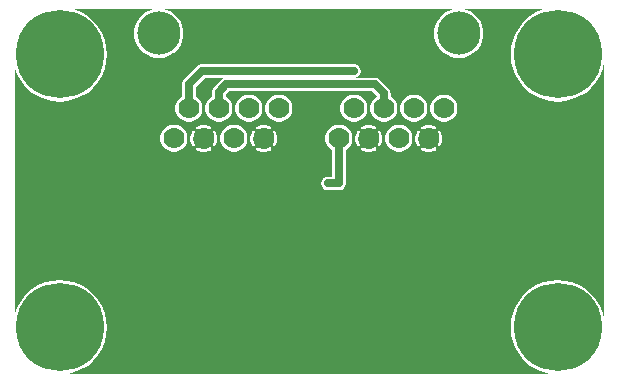
<source format=gbr>
G04 start of page 3 for group 1 idx 1 *
G04 Title: (unknown), bottom *
G04 Creator: pcb 4.0.2 *
G04 CreationDate: Thu Dec 31 16:53:41 2020 UTC *
G04 For: petersen *
G04 Format: Gerber/RS-274X *
G04 PCB-Dimensions (mil): 2000.00 1250.00 *
G04 PCB-Coordinate-Origin: lower left *
%MOIN*%
%FSLAX25Y25*%
%LNBOTTOM*%
%ADD31C,0.1280*%
%ADD30C,0.0350*%
%ADD29C,0.1285*%
%ADD28C,0.0120*%
%ADD27C,0.0260*%
%ADD26C,0.1440*%
%ADD25C,0.0700*%
%ADD24C,0.2937*%
%ADD23C,0.0250*%
%ADD22C,0.0001*%
G54D22*G36*
X144993Y108493D02*X145165Y108346D01*
X146266Y107671D01*
X147458Y107177D01*
X148713Y106876D01*
X150000Y106775D01*
X151287Y106876D01*
X152542Y107177D01*
X153734Y107671D01*
X154835Y108346D01*
X155816Y109184D01*
X156654Y110165D01*
X157329Y111266D01*
X157823Y112458D01*
X158124Y113713D01*
X158200Y115000D01*
X158124Y116287D01*
X157823Y117542D01*
X157329Y118734D01*
X156654Y119835D01*
X155816Y120816D01*
X154835Y121654D01*
X153734Y122329D01*
X152542Y122823D01*
X151803Y123000D01*
X178295D01*
X178138Y122962D01*
X175858Y122018D01*
X173753Y120728D01*
X171876Y119124D01*
X170272Y117247D01*
X168982Y115142D01*
X168038Y112862D01*
X167461Y110461D01*
X167268Y108000D01*
X167461Y105539D01*
X168038Y103138D01*
X168982Y100858D01*
X170272Y98753D01*
X171876Y96876D01*
X173753Y95272D01*
X175858Y93982D01*
X178138Y93038D01*
X180539Y92461D01*
X183000Y92268D01*
X185461Y92461D01*
X187862Y93038D01*
X190142Y93982D01*
X192247Y95272D01*
X194124Y96876D01*
X195728Y98753D01*
X197018Y100858D01*
X197962Y103138D01*
X198500Y105378D01*
Y19622D01*
X197962Y21862D01*
X197018Y24142D01*
X195728Y26247D01*
X194124Y28124D01*
X192247Y29728D01*
X190142Y31018D01*
X187862Y31962D01*
X185461Y32539D01*
X183000Y32732D01*
X180539Y32539D01*
X178138Y31962D01*
X175858Y31018D01*
X173753Y29728D01*
X171876Y28124D01*
X170272Y26247D01*
X168982Y24142D01*
X168038Y21862D01*
X167461Y19461D01*
X167268Y17000D01*
X167461Y14539D01*
X168038Y12138D01*
X168982Y9858D01*
X170272Y7753D01*
X171876Y5876D01*
X173753Y4272D01*
X175858Y2982D01*
X178138Y2038D01*
X180378Y1500D01*
X144993D01*
Y85487D01*
X145000Y85486D01*
X145706Y85542D01*
X146395Y85707D01*
X147049Y85978D01*
X147653Y86348D01*
X148192Y86808D01*
X148652Y87347D01*
X149022Y87951D01*
X149293Y88605D01*
X149458Y89294D01*
X149500Y90000D01*
X149458Y90706D01*
X149293Y91395D01*
X149022Y92049D01*
X148652Y92653D01*
X148192Y93192D01*
X147653Y93652D01*
X147049Y94022D01*
X146395Y94293D01*
X145706Y94458D01*
X145000Y94514D01*
X144993Y94513D01*
Y108493D01*
G37*
G36*
Y123000D02*X148197D01*
X147458Y122823D01*
X146266Y122329D01*
X145165Y121654D01*
X144993Y121507D01*
Y123000D01*
G37*
G36*
X143720Y85679D02*X144294Y85542D01*
X144993Y85487D01*
Y1500D01*
X143720D01*
Y77544D01*
X143771Y77583D01*
X143826Y77639D01*
X143870Y77704D01*
X144064Y78056D01*
X144221Y78426D01*
X144344Y78809D01*
X144433Y79200D01*
X144487Y79599D01*
X144504Y80000D01*
X144487Y80401D01*
X144433Y80800D01*
X144344Y81191D01*
X144221Y81574D01*
X144064Y81944D01*
X143874Y82298D01*
X143829Y82363D01*
X143774Y82420D01*
X143720Y82460D01*
Y85679D01*
G37*
G36*
Y109726D02*X144184Y109184D01*
X144993Y108493D01*
Y94513D01*
X144294Y94458D01*
X143720Y94321D01*
Y109726D01*
G37*
G36*
Y123000D02*X144993D01*
Y121507D01*
X144184Y120816D01*
X143720Y120274D01*
Y123000D01*
G37*
G36*
X140002D02*X143720D01*
Y120274D01*
X143346Y119835D01*
X142671Y118734D01*
X142177Y117542D01*
X141876Y116287D01*
X141775Y115000D01*
X141876Y113713D01*
X142177Y112458D01*
X142671Y111266D01*
X143346Y110165D01*
X143720Y109726D01*
Y94321D01*
X143605Y94293D01*
X142951Y94022D01*
X142347Y93652D01*
X141808Y93192D01*
X141348Y92653D01*
X140978Y92049D01*
X140707Y91395D01*
X140542Y90706D01*
X140486Y90000D01*
X140542Y89294D01*
X140707Y88605D01*
X140978Y87951D01*
X141348Y87347D01*
X141808Y86808D01*
X142347Y86348D01*
X142951Y85978D01*
X143605Y85707D01*
X143720Y85679D01*
Y82460D01*
X143710Y82468D01*
X143640Y82504D01*
X143565Y82530D01*
X143487Y82544D01*
X143408Y82545D01*
X143329Y82533D01*
X143254Y82510D01*
X143183Y82475D01*
X143118Y82429D01*
X143061Y82374D01*
X143013Y82311D01*
X142976Y82241D01*
X142951Y82166D01*
X142937Y82088D01*
X142936Y82008D01*
X142948Y81930D01*
X142971Y81854D01*
X143007Y81784D01*
X143157Y81510D01*
X143279Y81223D01*
X143375Y80926D01*
X143444Y80621D01*
X143486Y80312D01*
X143500Y80000D01*
X143486Y79688D01*
X143444Y79379D01*
X143375Y79074D01*
X143279Y78777D01*
X143157Y78490D01*
X143010Y78214D01*
X142974Y78145D01*
X142951Y78069D01*
X142940Y77991D01*
X142941Y77913D01*
X142954Y77835D01*
X142980Y77761D01*
X143016Y77691D01*
X143064Y77628D01*
X143120Y77573D01*
X143184Y77528D01*
X143255Y77493D01*
X143330Y77470D01*
X143408Y77459D01*
X143487Y77460D01*
X143564Y77473D01*
X143639Y77499D01*
X143708Y77535D01*
X143720Y77544D01*
Y1500D01*
X140002D01*
Y75496D01*
X140401Y75513D01*
X140800Y75567D01*
X141191Y75656D01*
X141574Y75779D01*
X141944Y75936D01*
X142298Y76126D01*
X142363Y76171D01*
X142420Y76226D01*
X142468Y76290D01*
X142504Y76360D01*
X142530Y76435D01*
X142544Y76513D01*
X142545Y76592D01*
X142533Y76671D01*
X142510Y76746D01*
X142475Y76817D01*
X142429Y76882D01*
X142374Y76939D01*
X142311Y76987D01*
X142241Y77024D01*
X142166Y77049D01*
X142088Y77063D01*
X142008Y77064D01*
X141930Y77052D01*
X141854Y77029D01*
X141784Y76993D01*
X141510Y76843D01*
X141223Y76721D01*
X140926Y76625D01*
X140621Y76556D01*
X140312Y76514D01*
X140002Y76500D01*
Y83500D01*
X140312Y83486D01*
X140621Y83444D01*
X140926Y83375D01*
X141223Y83279D01*
X141510Y83157D01*
X141786Y83010D01*
X141855Y82974D01*
X141931Y82951D01*
X142009Y82940D01*
X142087Y82941D01*
X142165Y82954D01*
X142239Y82980D01*
X142309Y83016D01*
X142372Y83064D01*
X142427Y83120D01*
X142472Y83184D01*
X142507Y83255D01*
X142530Y83330D01*
X142541Y83408D01*
X142540Y83487D01*
X142527Y83564D01*
X142501Y83639D01*
X142465Y83708D01*
X142417Y83771D01*
X142361Y83826D01*
X142296Y83870D01*
X141944Y84064D01*
X141574Y84221D01*
X141191Y84344D01*
X140800Y84433D01*
X140401Y84487D01*
X140002Y84504D01*
Y123000D01*
G37*
G36*
X136280D02*X140002D01*
Y84504D01*
X140000Y84504D01*
X139599Y84487D01*
X139200Y84433D01*
X138809Y84344D01*
X138426Y84221D01*
X138056Y84064D01*
X137702Y83874D01*
X137637Y83829D01*
X137580Y83774D01*
X137532Y83710D01*
X137496Y83640D01*
X137470Y83565D01*
X137456Y83487D01*
X137455Y83408D01*
X137467Y83329D01*
X137490Y83254D01*
X137525Y83183D01*
X137571Y83118D01*
X137626Y83061D01*
X137689Y83013D01*
X137759Y82976D01*
X137834Y82951D01*
X137912Y82937D01*
X137992Y82936D01*
X138070Y82948D01*
X138146Y82971D01*
X138216Y83007D01*
X138490Y83157D01*
X138777Y83279D01*
X139074Y83375D01*
X139379Y83444D01*
X139688Y83486D01*
X140000Y83500D01*
X140002Y83500D01*
Y76500D01*
X140000Y76500D01*
X139688Y76514D01*
X139379Y76556D01*
X139074Y76625D01*
X138777Y76721D01*
X138490Y76843D01*
X138214Y76990D01*
X138145Y77026D01*
X138069Y77049D01*
X137991Y77060D01*
X137913Y77059D01*
X137835Y77046D01*
X137761Y77020D01*
X137691Y76984D01*
X137628Y76936D01*
X137573Y76880D01*
X137528Y76816D01*
X137493Y76745D01*
X137470Y76670D01*
X137459Y76592D01*
X137460Y76513D01*
X137473Y76436D01*
X137499Y76361D01*
X137535Y76292D01*
X137583Y76229D01*
X137639Y76174D01*
X137704Y76130D01*
X138056Y75936D01*
X138426Y75779D01*
X138809Y75656D01*
X139200Y75567D01*
X139599Y75513D01*
X140000Y75496D01*
X140002Y75496D01*
Y1500D01*
X136280D01*
Y77540D01*
X136290Y77532D01*
X136360Y77496D01*
X136435Y77470D01*
X136513Y77456D01*
X136592Y77455D01*
X136671Y77467D01*
X136746Y77490D01*
X136817Y77525D01*
X136882Y77571D01*
X136939Y77626D01*
X136987Y77689D01*
X137024Y77759D01*
X137049Y77834D01*
X137063Y77912D01*
X137064Y77992D01*
X137052Y78070D01*
X137029Y78146D01*
X136993Y78216D01*
X136843Y78490D01*
X136721Y78777D01*
X136625Y79074D01*
X136556Y79379D01*
X136514Y79688D01*
X136500Y80000D01*
X136514Y80312D01*
X136556Y80621D01*
X136625Y80926D01*
X136721Y81223D01*
X136843Y81510D01*
X136990Y81786D01*
X137026Y81855D01*
X137049Y81931D01*
X137060Y82009D01*
X137059Y82087D01*
X137046Y82165D01*
X137020Y82239D01*
X136984Y82309D01*
X136936Y82372D01*
X136880Y82427D01*
X136816Y82472D01*
X136745Y82507D01*
X136670Y82530D01*
X136592Y82541D01*
X136513Y82540D01*
X136436Y82527D01*
X136361Y82501D01*
X136292Y82465D01*
X136280Y82456D01*
Y85679D01*
X136395Y85707D01*
X137049Y85978D01*
X137653Y86348D01*
X138192Y86808D01*
X138652Y87347D01*
X139022Y87951D01*
X139293Y88605D01*
X139458Y89294D01*
X139500Y90000D01*
X139458Y90706D01*
X139293Y91395D01*
X139022Y92049D01*
X138652Y92653D01*
X138192Y93192D01*
X137653Y93652D01*
X137049Y94022D01*
X136395Y94293D01*
X136280Y94321D01*
Y123000D01*
G37*
G36*
X129993D02*X136280D01*
Y94321D01*
X135706Y94458D01*
X135000Y94514D01*
X134294Y94458D01*
X133605Y94293D01*
X132951Y94022D01*
X132347Y93652D01*
X131808Y93192D01*
X131348Y92653D01*
X130978Y92049D01*
X130707Y91395D01*
X130542Y90706D01*
X130486Y90000D01*
X130542Y89294D01*
X130707Y88605D01*
X130978Y87951D01*
X131348Y87347D01*
X131808Y86808D01*
X132347Y86348D01*
X132951Y85978D01*
X133605Y85707D01*
X134294Y85542D01*
X135000Y85486D01*
X135706Y85542D01*
X136280Y85679D01*
Y82456D01*
X136229Y82417D01*
X136174Y82361D01*
X136130Y82296D01*
X135936Y81944D01*
X135779Y81574D01*
X135656Y81191D01*
X135567Y80800D01*
X135513Y80401D01*
X135496Y80000D01*
X135513Y79599D01*
X135567Y79200D01*
X135656Y78809D01*
X135779Y78426D01*
X135936Y78056D01*
X136126Y77702D01*
X136171Y77637D01*
X136226Y77580D01*
X136280Y77540D01*
Y1500D01*
X129993D01*
Y75487D01*
X130000Y75486D01*
X130706Y75542D01*
X131395Y75707D01*
X132049Y75978D01*
X132653Y76348D01*
X133192Y76808D01*
X133652Y77347D01*
X134022Y77951D01*
X134293Y78605D01*
X134458Y79294D01*
X134500Y80000D01*
X134458Y80706D01*
X134293Y81395D01*
X134022Y82049D01*
X133652Y82653D01*
X133192Y83192D01*
X132653Y83652D01*
X132049Y84022D01*
X131395Y84293D01*
X130706Y84458D01*
X130000Y84514D01*
X129993Y84513D01*
Y123000D01*
G37*
G36*
X123720D02*X129993D01*
Y84513D01*
X129294Y84458D01*
X128605Y84293D01*
X127951Y84022D01*
X127347Y83652D01*
X126808Y83192D01*
X126348Y82653D01*
X125978Y82049D01*
X125707Y81395D01*
X125542Y80706D01*
X125486Y80000D01*
X125542Y79294D01*
X125707Y78605D01*
X125978Y77951D01*
X126348Y77347D01*
X126808Y76808D01*
X127347Y76348D01*
X127951Y75978D01*
X128605Y75707D01*
X129294Y75542D01*
X129993Y75487D01*
Y1500D01*
X123720D01*
Y77544D01*
X123771Y77583D01*
X123826Y77639D01*
X123870Y77704D01*
X124064Y78056D01*
X124221Y78426D01*
X124344Y78809D01*
X124433Y79200D01*
X124487Y79599D01*
X124504Y80000D01*
X124487Y80401D01*
X124433Y80800D01*
X124344Y81191D01*
X124221Y81574D01*
X124064Y81944D01*
X123874Y82298D01*
X123829Y82363D01*
X123774Y82420D01*
X123720Y82460D01*
Y85679D01*
X124294Y85542D01*
X125000Y85486D01*
X125706Y85542D01*
X126395Y85707D01*
X127049Y85978D01*
X127653Y86348D01*
X128192Y86808D01*
X128652Y87347D01*
X129022Y87951D01*
X129293Y88605D01*
X129458Y89294D01*
X129500Y90000D01*
X129458Y90706D01*
X129293Y91395D01*
X129022Y92049D01*
X128652Y92653D01*
X128192Y93192D01*
X127653Y93652D01*
X127250Y93899D01*
Y94912D01*
X127257Y95000D01*
X127229Y95353D01*
X127146Y95697D01*
X127107Y95793D01*
X127011Y96025D01*
X126896Y96212D01*
X126826Y96327D01*
X126826Y96327D01*
X126596Y96596D01*
X126529Y96653D01*
X123720Y99462D01*
Y123000D01*
G37*
G36*
Y1500D02*X120002D01*
Y75496D01*
X120401Y75513D01*
X120800Y75567D01*
X121191Y75656D01*
X121574Y75779D01*
X121944Y75936D01*
X122298Y76126D01*
X122363Y76171D01*
X122420Y76226D01*
X122468Y76290D01*
X122504Y76360D01*
X122530Y76435D01*
X122544Y76513D01*
X122545Y76592D01*
X122533Y76671D01*
X122510Y76746D01*
X122475Y76817D01*
X122429Y76882D01*
X122374Y76939D01*
X122311Y76987D01*
X122241Y77024D01*
X122166Y77049D01*
X122088Y77063D01*
X122008Y77064D01*
X121930Y77052D01*
X121854Y77029D01*
X121784Y76993D01*
X121510Y76843D01*
X121223Y76721D01*
X120926Y76625D01*
X120621Y76556D01*
X120312Y76514D01*
X120002Y76500D01*
Y83500D01*
X120312Y83486D01*
X120621Y83444D01*
X120926Y83375D01*
X121223Y83279D01*
X121510Y83157D01*
X121786Y83010D01*
X121855Y82974D01*
X121931Y82951D01*
X122009Y82940D01*
X122087Y82941D01*
X122165Y82954D01*
X122239Y82980D01*
X122309Y83016D01*
X122372Y83064D01*
X122427Y83120D01*
X122472Y83184D01*
X122507Y83255D01*
X122530Y83330D01*
X122541Y83408D01*
X122540Y83487D01*
X122527Y83564D01*
X122501Y83639D01*
X122465Y83708D01*
X122417Y83771D01*
X122361Y83826D01*
X122296Y83870D01*
X121944Y84064D01*
X121574Y84221D01*
X121191Y84344D01*
X120800Y84433D01*
X120401Y84487D01*
X120002Y84504D01*
Y95750D01*
X121068D01*
X122750Y94068D01*
Y93899D01*
X122347Y93652D01*
X121808Y93192D01*
X121348Y92653D01*
X120978Y92049D01*
X120707Y91395D01*
X120542Y90706D01*
X120486Y90000D01*
X120542Y89294D01*
X120707Y88605D01*
X120978Y87951D01*
X121348Y87347D01*
X121808Y86808D01*
X122347Y86348D01*
X122951Y85978D01*
X123605Y85707D01*
X123720Y85679D01*
Y82460D01*
X123710Y82468D01*
X123640Y82504D01*
X123565Y82530D01*
X123487Y82544D01*
X123408Y82545D01*
X123329Y82533D01*
X123254Y82510D01*
X123183Y82475D01*
X123118Y82429D01*
X123061Y82374D01*
X123013Y82311D01*
X122976Y82241D01*
X122951Y82166D01*
X122937Y82088D01*
X122936Y82008D01*
X122948Y81930D01*
X122971Y81854D01*
X123007Y81784D01*
X123157Y81510D01*
X123279Y81223D01*
X123375Y80926D01*
X123444Y80621D01*
X123486Y80312D01*
X123500Y80000D01*
X123486Y79688D01*
X123444Y79379D01*
X123375Y79074D01*
X123279Y78777D01*
X123157Y78490D01*
X123010Y78214D01*
X122974Y78145D01*
X122951Y78069D01*
X122940Y77991D01*
X122941Y77913D01*
X122954Y77835D01*
X122980Y77761D01*
X123016Y77691D01*
X123064Y77628D01*
X123120Y77573D01*
X123184Y77528D01*
X123255Y77493D01*
X123330Y77470D01*
X123408Y77459D01*
X123487Y77460D01*
X123564Y77473D01*
X123639Y77499D01*
X123708Y77535D01*
X123720Y77544D01*
Y1500D01*
G37*
G36*
X120002Y123000D02*X123720D01*
Y99462D01*
X123653Y99529D01*
X123596Y99596D01*
X123327Y99826D01*
X123327Y99826D01*
X123212Y99896D01*
X123025Y100011D01*
X122793Y100107D01*
X122697Y100146D01*
X122353Y100229D01*
X122000Y100257D01*
X121912Y100250D01*
X120002D01*
Y123000D01*
G37*
G36*
Y1500D02*X116280D01*
Y77540D01*
X116290Y77532D01*
X116360Y77496D01*
X116435Y77470D01*
X116513Y77456D01*
X116592Y77455D01*
X116671Y77467D01*
X116746Y77490D01*
X116817Y77525D01*
X116882Y77571D01*
X116939Y77626D01*
X116987Y77689D01*
X117023Y77759D01*
X117049Y77834D01*
X117063Y77912D01*
X117064Y77992D01*
X117052Y78070D01*
X117029Y78146D01*
X116993Y78216D01*
X116843Y78490D01*
X116721Y78777D01*
X116625Y79074D01*
X116556Y79379D01*
X116514Y79688D01*
X116500Y80000D01*
X116514Y80312D01*
X116556Y80621D01*
X116625Y80926D01*
X116721Y81223D01*
X116843Y81510D01*
X116990Y81786D01*
X117026Y81855D01*
X117049Y81931D01*
X117060Y82009D01*
X117059Y82087D01*
X117046Y82165D01*
X117020Y82239D01*
X116984Y82309D01*
X116936Y82372D01*
X116880Y82427D01*
X116816Y82472D01*
X116745Y82507D01*
X116670Y82530D01*
X116592Y82541D01*
X116513Y82540D01*
X116436Y82527D01*
X116361Y82501D01*
X116292Y82465D01*
X116280Y82456D01*
Y85679D01*
X116395Y85707D01*
X117049Y85978D01*
X117653Y86348D01*
X118192Y86808D01*
X118652Y87347D01*
X119022Y87951D01*
X119293Y88605D01*
X119458Y89294D01*
X119500Y90000D01*
X119458Y90706D01*
X119293Y91395D01*
X119022Y92049D01*
X118652Y92653D01*
X118192Y93192D01*
X117653Y93652D01*
X117049Y94022D01*
X116395Y94293D01*
X116280Y94321D01*
Y95750D01*
X120002D01*
Y84504D01*
X120000Y84504D01*
X119599Y84487D01*
X119200Y84433D01*
X118809Y84344D01*
X118426Y84221D01*
X118056Y84064D01*
X117702Y83874D01*
X117637Y83829D01*
X117580Y83774D01*
X117532Y83710D01*
X117496Y83640D01*
X117470Y83565D01*
X117456Y83487D01*
X117455Y83408D01*
X117467Y83329D01*
X117490Y83254D01*
X117525Y83183D01*
X117571Y83118D01*
X117626Y83061D01*
X117689Y83013D01*
X117759Y82976D01*
X117834Y82951D01*
X117912Y82937D01*
X117992Y82936D01*
X118070Y82948D01*
X118146Y82971D01*
X118216Y83007D01*
X118490Y83157D01*
X118777Y83279D01*
X119074Y83375D01*
X119379Y83444D01*
X119688Y83486D01*
X120000Y83500D01*
X120002Y83500D01*
Y76500D01*
X120000Y76500D01*
X119688Y76514D01*
X119379Y76556D01*
X119074Y76625D01*
X118777Y76721D01*
X118490Y76843D01*
X118214Y76990D01*
X118145Y77026D01*
X118069Y77049D01*
X117991Y77060D01*
X117913Y77059D01*
X117835Y77046D01*
X117761Y77020D01*
X117691Y76984D01*
X117628Y76936D01*
X117573Y76880D01*
X117528Y76816D01*
X117493Y76745D01*
X117470Y76670D01*
X117459Y76592D01*
X117460Y76513D01*
X117473Y76436D01*
X117499Y76361D01*
X117535Y76292D01*
X117583Y76229D01*
X117639Y76174D01*
X117704Y76130D01*
X118056Y75936D01*
X118426Y75779D01*
X118809Y75656D01*
X119200Y75567D01*
X119599Y75513D01*
X120000Y75496D01*
X120002Y75496D01*
Y1500D01*
G37*
G36*
X116280D02*X109346D01*
Y62750D01*
X109520D01*
X109639Y62721D01*
X110000Y62693D01*
X110361Y62721D01*
X110713Y62806D01*
X111047Y62944D01*
X111356Y63134D01*
X111631Y63369D01*
X111866Y63644D01*
X112056Y63953D01*
X112194Y64287D01*
X112279Y64639D01*
X112300Y65000D01*
X112279Y65361D01*
X112250Y65480D01*
Y76101D01*
X112653Y76348D01*
X113192Y76808D01*
X113652Y77347D01*
X114022Y77951D01*
X114293Y78605D01*
X114458Y79294D01*
X114500Y80000D01*
X114458Y80706D01*
X114293Y81395D01*
X114022Y82049D01*
X113652Y82653D01*
X113192Y83192D01*
X112653Y83652D01*
X112049Y84022D01*
X111395Y84293D01*
X110706Y84458D01*
X110000Y84514D01*
X109346Y84462D01*
Y95750D01*
X116280D01*
Y94321D01*
X115706Y94458D01*
X115000Y94514D01*
X114294Y94458D01*
X113605Y94293D01*
X112951Y94022D01*
X112347Y93652D01*
X111808Y93192D01*
X111348Y92653D01*
X110978Y92049D01*
X110707Y91395D01*
X110542Y90706D01*
X110486Y90000D01*
X110542Y89294D01*
X110707Y88605D01*
X110978Y87951D01*
X111348Y87347D01*
X111808Y86808D01*
X112347Y86348D01*
X112951Y85978D01*
X113605Y85707D01*
X114294Y85542D01*
X115000Y85486D01*
X115706Y85542D01*
X116280Y85679D01*
Y82456D01*
X116229Y82417D01*
X116174Y82361D01*
X116130Y82296D01*
X115936Y81944D01*
X115779Y81574D01*
X115656Y81191D01*
X115567Y80800D01*
X115513Y80401D01*
X115496Y80000D01*
X115513Y79599D01*
X115567Y79200D01*
X115656Y78809D01*
X115779Y78426D01*
X115936Y78056D01*
X116126Y77702D01*
X116171Y77637D01*
X116226Y77580D01*
X116280Y77540D01*
Y1500D01*
G37*
G36*
X109346Y123000D02*X120002D01*
Y100250D01*
X115480D01*
X115713Y100306D01*
X116047Y100444D01*
X116356Y100634D01*
X116631Y100869D01*
X116866Y101144D01*
X117056Y101453D01*
X117194Y101787D01*
X117279Y102139D01*
X117300Y102500D01*
X117279Y102861D01*
X117194Y103213D01*
X117056Y103547D01*
X116866Y103856D01*
X116631Y104131D01*
X116356Y104366D01*
X116047Y104556D01*
X115713Y104694D01*
X115361Y104779D01*
X115000Y104807D01*
X114639Y104779D01*
X114520Y104750D01*
X111980D01*
X111861Y104779D01*
X111500Y104807D01*
X111139Y104779D01*
X111020Y104750D01*
X109346D01*
Y123000D01*
G37*
G36*
X88720Y95750D02*X109346D01*
Y84462D01*
X109294Y84458D01*
X108605Y84293D01*
X107951Y84022D01*
X107347Y83652D01*
X106808Y83192D01*
X106348Y82653D01*
X105978Y82049D01*
X105707Y81395D01*
X105542Y80706D01*
X105486Y80000D01*
X105542Y79294D01*
X105707Y78605D01*
X105978Y77951D01*
X106348Y77347D01*
X106808Y76808D01*
X107347Y76348D01*
X107750Y76101D01*
Y67250D01*
X106980D01*
X106861Y67279D01*
X106500Y67307D01*
X106139Y67279D01*
X105787Y67194D01*
X105453Y67056D01*
X105144Y66866D01*
X104869Y66631D01*
X104634Y66356D01*
X104444Y66047D01*
X104306Y65713D01*
X104221Y65361D01*
X104193Y65000D01*
X104221Y64639D01*
X104306Y64287D01*
X104444Y63953D01*
X104634Y63644D01*
X104869Y63369D01*
X105144Y63134D01*
X105453Y62944D01*
X105787Y62806D01*
X106139Y62721D01*
X106500Y62693D01*
X106861Y62721D01*
X106980Y62750D01*
X109346D01*
Y1500D01*
X88720D01*
Y77544D01*
X88771Y77583D01*
X88826Y77639D01*
X88870Y77704D01*
X89064Y78056D01*
X89221Y78426D01*
X89344Y78809D01*
X89433Y79200D01*
X89487Y79599D01*
X89504Y80000D01*
X89487Y80401D01*
X89433Y80800D01*
X89344Y81191D01*
X89221Y81574D01*
X89064Y81944D01*
X88874Y82298D01*
X88829Y82363D01*
X88774Y82420D01*
X88720Y82460D01*
Y85679D01*
X89294Y85542D01*
X90000Y85486D01*
X90706Y85542D01*
X91395Y85707D01*
X92049Y85978D01*
X92653Y86348D01*
X93192Y86808D01*
X93652Y87347D01*
X94022Y87951D01*
X94293Y88605D01*
X94458Y89294D01*
X94500Y90000D01*
X94458Y90706D01*
X94293Y91395D01*
X94022Y92049D01*
X93652Y92653D01*
X93192Y93192D01*
X92653Y93652D01*
X92049Y94022D01*
X91395Y94293D01*
X90706Y94458D01*
X90000Y94514D01*
X89294Y94458D01*
X88720Y94321D01*
Y95750D01*
G37*
G36*
X85002D02*X88720D01*
Y94321D01*
X88605Y94293D01*
X87951Y94022D01*
X87347Y93652D01*
X86808Y93192D01*
X86348Y92653D01*
X85978Y92049D01*
X85707Y91395D01*
X85542Y90706D01*
X85486Y90000D01*
X85542Y89294D01*
X85707Y88605D01*
X85978Y87951D01*
X86348Y87347D01*
X86808Y86808D01*
X87347Y86348D01*
X87951Y85978D01*
X88605Y85707D01*
X88720Y85679D01*
Y82460D01*
X88710Y82468D01*
X88640Y82504D01*
X88565Y82530D01*
X88487Y82544D01*
X88408Y82545D01*
X88329Y82533D01*
X88254Y82510D01*
X88183Y82475D01*
X88118Y82429D01*
X88061Y82374D01*
X88013Y82311D01*
X87976Y82241D01*
X87951Y82166D01*
X87937Y82088D01*
X87936Y82008D01*
X87948Y81930D01*
X87971Y81854D01*
X88007Y81784D01*
X88157Y81510D01*
X88279Y81223D01*
X88375Y80926D01*
X88444Y80621D01*
X88486Y80312D01*
X88500Y80000D01*
X88486Y79688D01*
X88444Y79379D01*
X88375Y79074D01*
X88279Y78777D01*
X88157Y78490D01*
X88010Y78214D01*
X87974Y78145D01*
X87951Y78069D01*
X87940Y77991D01*
X87941Y77913D01*
X87954Y77835D01*
X87980Y77761D01*
X88016Y77691D01*
X88064Y77628D01*
X88120Y77573D01*
X88184Y77528D01*
X88255Y77493D01*
X88330Y77470D01*
X88408Y77459D01*
X88487Y77460D01*
X88564Y77473D01*
X88639Y77499D01*
X88708Y77535D01*
X88720Y77544D01*
Y1500D01*
X85002D01*
Y75496D01*
X85401Y75513D01*
X85800Y75567D01*
X86191Y75656D01*
X86574Y75779D01*
X86944Y75936D01*
X87298Y76126D01*
X87363Y76171D01*
X87420Y76226D01*
X87468Y76290D01*
X87504Y76360D01*
X87530Y76435D01*
X87544Y76513D01*
X87545Y76592D01*
X87533Y76671D01*
X87510Y76746D01*
X87475Y76817D01*
X87429Y76882D01*
X87374Y76939D01*
X87311Y76987D01*
X87241Y77024D01*
X87166Y77049D01*
X87088Y77063D01*
X87008Y77064D01*
X86930Y77052D01*
X86854Y77029D01*
X86784Y76993D01*
X86510Y76843D01*
X86223Y76721D01*
X85926Y76625D01*
X85621Y76556D01*
X85312Y76514D01*
X85002Y76500D01*
Y83500D01*
X85312Y83486D01*
X85621Y83444D01*
X85926Y83375D01*
X86223Y83279D01*
X86510Y83157D01*
X86786Y83010D01*
X86855Y82974D01*
X86931Y82951D01*
X87009Y82940D01*
X87087Y82941D01*
X87165Y82954D01*
X87239Y82980D01*
X87309Y83016D01*
X87372Y83064D01*
X87427Y83120D01*
X87472Y83184D01*
X87507Y83255D01*
X87530Y83330D01*
X87541Y83408D01*
X87540Y83487D01*
X87527Y83564D01*
X87501Y83639D01*
X87465Y83708D01*
X87417Y83771D01*
X87361Y83826D01*
X87296Y83870D01*
X86944Y84064D01*
X86574Y84221D01*
X86191Y84344D01*
X85800Y84433D01*
X85401Y84487D01*
X85002Y84504D01*
Y95750D01*
G37*
G36*
Y123000D02*X109346D01*
Y104750D01*
X85002D01*
Y123000D01*
G37*
G36*
X81280Y95750D02*X85002D01*
Y84504D01*
X85000Y84504D01*
X84599Y84487D01*
X84200Y84433D01*
X83809Y84344D01*
X83426Y84221D01*
X83056Y84064D01*
X82702Y83874D01*
X82637Y83829D01*
X82580Y83774D01*
X82532Y83710D01*
X82496Y83640D01*
X82470Y83565D01*
X82456Y83487D01*
X82455Y83408D01*
X82467Y83329D01*
X82490Y83254D01*
X82525Y83183D01*
X82571Y83118D01*
X82626Y83061D01*
X82689Y83013D01*
X82759Y82976D01*
X82834Y82951D01*
X82912Y82937D01*
X82992Y82936D01*
X83070Y82948D01*
X83146Y82971D01*
X83216Y83007D01*
X83490Y83157D01*
X83777Y83279D01*
X84074Y83375D01*
X84379Y83444D01*
X84688Y83486D01*
X85000Y83500D01*
X85002Y83500D01*
Y76500D01*
X85000Y76500D01*
X84688Y76514D01*
X84379Y76556D01*
X84074Y76625D01*
X83777Y76721D01*
X83490Y76843D01*
X83214Y76990D01*
X83145Y77026D01*
X83069Y77049D01*
X82991Y77060D01*
X82913Y77059D01*
X82835Y77046D01*
X82761Y77020D01*
X82691Y76984D01*
X82628Y76936D01*
X82573Y76880D01*
X82528Y76816D01*
X82493Y76745D01*
X82470Y76670D01*
X82459Y76592D01*
X82460Y76513D01*
X82473Y76436D01*
X82499Y76361D01*
X82535Y76292D01*
X82583Y76229D01*
X82639Y76174D01*
X82704Y76130D01*
X83056Y75936D01*
X83426Y75779D01*
X83809Y75656D01*
X84200Y75567D01*
X84599Y75513D01*
X85000Y75496D01*
X85002Y75496D01*
Y1500D01*
X81280D01*
Y77540D01*
X81290Y77532D01*
X81360Y77496D01*
X81435Y77470D01*
X81513Y77456D01*
X81592Y77455D01*
X81671Y77467D01*
X81746Y77490D01*
X81817Y77525D01*
X81882Y77571D01*
X81939Y77626D01*
X81987Y77689D01*
X82024Y77759D01*
X82049Y77834D01*
X82063Y77912D01*
X82064Y77992D01*
X82052Y78070D01*
X82029Y78146D01*
X81993Y78216D01*
X81843Y78490D01*
X81721Y78777D01*
X81625Y79074D01*
X81556Y79379D01*
X81514Y79688D01*
X81500Y80000D01*
X81514Y80312D01*
X81556Y80621D01*
X81625Y80926D01*
X81721Y81223D01*
X81843Y81510D01*
X81990Y81786D01*
X82026Y81855D01*
X82049Y81931D01*
X82060Y82009D01*
X82059Y82087D01*
X82046Y82165D01*
X82020Y82239D01*
X81984Y82309D01*
X81936Y82372D01*
X81880Y82427D01*
X81816Y82472D01*
X81745Y82507D01*
X81670Y82530D01*
X81592Y82541D01*
X81513Y82540D01*
X81436Y82527D01*
X81361Y82501D01*
X81292Y82465D01*
X81280Y82456D01*
Y85679D01*
X81395Y85707D01*
X82049Y85978D01*
X82653Y86348D01*
X83192Y86808D01*
X83652Y87347D01*
X84022Y87951D01*
X84293Y88605D01*
X84458Y89294D01*
X84500Y90000D01*
X84458Y90706D01*
X84293Y91395D01*
X84022Y92049D01*
X83652Y92653D01*
X83192Y93192D01*
X82653Y93652D01*
X82049Y94022D01*
X81395Y94293D01*
X81280Y94321D01*
Y95750D01*
G37*
G36*
Y123000D02*X85002D01*
Y104750D01*
X81280D01*
Y123000D01*
G37*
G36*
X74993Y95750D02*X81280D01*
Y94321D01*
X80706Y94458D01*
X80000Y94514D01*
X79294Y94458D01*
X78605Y94293D01*
X77951Y94022D01*
X77347Y93652D01*
X76808Y93192D01*
X76348Y92653D01*
X75978Y92049D01*
X75707Y91395D01*
X75542Y90706D01*
X75486Y90000D01*
X75542Y89294D01*
X75707Y88605D01*
X75978Y87951D01*
X76348Y87347D01*
X76808Y86808D01*
X77347Y86348D01*
X77951Y85978D01*
X78605Y85707D01*
X79294Y85542D01*
X80000Y85486D01*
X80706Y85542D01*
X81280Y85679D01*
Y82456D01*
X81229Y82417D01*
X81174Y82361D01*
X81130Y82296D01*
X80936Y81944D01*
X80779Y81574D01*
X80656Y81191D01*
X80567Y80800D01*
X80513Y80401D01*
X80496Y80000D01*
X80513Y79599D01*
X80567Y79200D01*
X80656Y78809D01*
X80779Y78426D01*
X80936Y78056D01*
X81126Y77702D01*
X81171Y77637D01*
X81226Y77580D01*
X81280Y77540D01*
Y1500D01*
X74993D01*
Y75487D01*
X75000Y75486D01*
X75706Y75542D01*
X76395Y75707D01*
X77049Y75978D01*
X77653Y76348D01*
X78192Y76808D01*
X78652Y77347D01*
X79022Y77951D01*
X79293Y78605D01*
X79458Y79294D01*
X79500Y80000D01*
X79458Y80706D01*
X79293Y81395D01*
X79022Y82049D01*
X78652Y82653D01*
X78192Y83192D01*
X77653Y83652D01*
X77049Y84022D01*
X76395Y84293D01*
X75706Y84458D01*
X75000Y84514D01*
X74993Y84513D01*
Y95750D01*
G37*
G36*
Y123000D02*X81280D01*
Y104750D01*
X74993D01*
Y123000D01*
G37*
G36*
X68720Y85679D02*X69294Y85542D01*
X70000Y85486D01*
X70706Y85542D01*
X71395Y85707D01*
X72049Y85978D01*
X72653Y86348D01*
X73192Y86808D01*
X73652Y87347D01*
X74022Y87951D01*
X74293Y88605D01*
X74458Y89294D01*
X74500Y90000D01*
X74458Y90706D01*
X74293Y91395D01*
X74022Y92049D01*
X73652Y92653D01*
X73192Y93192D01*
X72653Y93652D01*
X72250Y93899D01*
Y94568D01*
X73432Y95750D01*
X74993D01*
Y84513D01*
X74294Y84458D01*
X73605Y84293D01*
X72951Y84022D01*
X72347Y83652D01*
X71808Y83192D01*
X71348Y82653D01*
X70978Y82049D01*
X70707Y81395D01*
X70542Y80706D01*
X70486Y80000D01*
X70542Y79294D01*
X70707Y78605D01*
X70978Y77951D01*
X71348Y77347D01*
X71808Y76808D01*
X72347Y76348D01*
X72951Y75978D01*
X73605Y75707D01*
X74294Y75542D01*
X74993Y75487D01*
Y1500D01*
X68720D01*
Y77544D01*
X68771Y77583D01*
X68826Y77639D01*
X68870Y77704D01*
X69064Y78056D01*
X69221Y78426D01*
X69344Y78809D01*
X69433Y79200D01*
X69487Y79599D01*
X69504Y80000D01*
X69487Y80401D01*
X69433Y80800D01*
X69344Y81191D01*
X69221Y81574D01*
X69064Y81944D01*
X68874Y82298D01*
X68829Y82363D01*
X68774Y82420D01*
X68720Y82460D01*
Y85679D01*
G37*
G36*
Y100250D02*X72412D01*
X72147Y100229D01*
X71803Y100146D01*
X71475Y100011D01*
X71173Y99826D01*
X71173Y99826D01*
X70904Y99596D01*
X70847Y99529D01*
X68720Y97402D01*
Y100250D01*
G37*
G36*
X65002Y99820D02*X65432Y100250D01*
X68720D01*
Y97402D01*
X68471Y97153D01*
X68404Y97096D01*
X68174Y96827D01*
X67989Y96525D01*
X67854Y96197D01*
X67771Y95853D01*
X67771Y95853D01*
X67743Y95500D01*
X67750Y95412D01*
Y93899D01*
X67347Y93652D01*
X66808Y93192D01*
X66348Y92653D01*
X65978Y92049D01*
X65707Y91395D01*
X65542Y90706D01*
X65486Y90000D01*
X65542Y89294D01*
X65707Y88605D01*
X65978Y87951D01*
X66348Y87347D01*
X66808Y86808D01*
X67347Y86348D01*
X67951Y85978D01*
X68605Y85707D01*
X68720Y85679D01*
Y82460D01*
X68710Y82468D01*
X68640Y82504D01*
X68565Y82530D01*
X68487Y82544D01*
X68408Y82545D01*
X68329Y82533D01*
X68254Y82510D01*
X68183Y82475D01*
X68118Y82429D01*
X68061Y82374D01*
X68013Y82311D01*
X67976Y82241D01*
X67951Y82166D01*
X67937Y82088D01*
X67936Y82008D01*
X67948Y81930D01*
X67971Y81854D01*
X68007Y81784D01*
X68157Y81510D01*
X68279Y81223D01*
X68375Y80926D01*
X68444Y80621D01*
X68486Y80312D01*
X68500Y80000D01*
X68486Y79688D01*
X68444Y79379D01*
X68375Y79074D01*
X68279Y78777D01*
X68157Y78490D01*
X68010Y78214D01*
X67974Y78145D01*
X67951Y78069D01*
X67940Y77991D01*
X67941Y77913D01*
X67954Y77835D01*
X67980Y77761D01*
X68016Y77691D01*
X68064Y77628D01*
X68120Y77573D01*
X68184Y77528D01*
X68255Y77493D01*
X68330Y77470D01*
X68408Y77459D01*
X68487Y77460D01*
X68564Y77473D01*
X68639Y77499D01*
X68708Y77535D01*
X68720Y77544D01*
Y1500D01*
X65002D01*
Y75496D01*
X65401Y75513D01*
X65800Y75567D01*
X66191Y75656D01*
X66574Y75779D01*
X66944Y75936D01*
X67298Y76126D01*
X67363Y76171D01*
X67420Y76226D01*
X67468Y76290D01*
X67504Y76360D01*
X67530Y76435D01*
X67544Y76513D01*
X67545Y76592D01*
X67533Y76671D01*
X67510Y76746D01*
X67475Y76817D01*
X67429Y76882D01*
X67374Y76939D01*
X67311Y76987D01*
X67241Y77024D01*
X67166Y77049D01*
X67088Y77063D01*
X67008Y77064D01*
X66930Y77052D01*
X66854Y77029D01*
X66784Y76993D01*
X66510Y76843D01*
X66223Y76721D01*
X65926Y76625D01*
X65621Y76556D01*
X65312Y76514D01*
X65002Y76500D01*
Y83500D01*
X65312Y83486D01*
X65621Y83444D01*
X65926Y83375D01*
X66223Y83279D01*
X66510Y83157D01*
X66786Y83010D01*
X66855Y82974D01*
X66931Y82951D01*
X67009Y82940D01*
X67087Y82941D01*
X67165Y82954D01*
X67239Y82980D01*
X67309Y83016D01*
X67372Y83064D01*
X67427Y83120D01*
X67472Y83184D01*
X67507Y83255D01*
X67530Y83330D01*
X67541Y83408D01*
X67540Y83487D01*
X67527Y83564D01*
X67501Y83639D01*
X67465Y83708D01*
X67417Y83771D01*
X67361Y83826D01*
X67296Y83870D01*
X66944Y84064D01*
X66574Y84221D01*
X66191Y84344D01*
X65800Y84433D01*
X65401Y84487D01*
X65002Y84504D01*
Y99820D01*
G37*
G36*
Y123000D02*X74993D01*
Y104750D01*
X65002D01*
Y123000D01*
G37*
G36*
X61280Y85679D02*X61395Y85707D01*
X62049Y85978D01*
X62653Y86348D01*
X63192Y86808D01*
X63652Y87347D01*
X64022Y87951D01*
X64293Y88605D01*
X64458Y89294D01*
X64500Y90000D01*
X64458Y90706D01*
X64293Y91395D01*
X64022Y92049D01*
X63652Y92653D01*
X63192Y93192D01*
X62653Y93652D01*
X62250Y93899D01*
Y97068D01*
X65002Y99820D01*
Y84504D01*
X65000Y84504D01*
X64599Y84487D01*
X64200Y84433D01*
X63809Y84344D01*
X63426Y84221D01*
X63056Y84064D01*
X62702Y83874D01*
X62637Y83829D01*
X62580Y83774D01*
X62532Y83710D01*
X62496Y83640D01*
X62470Y83565D01*
X62456Y83487D01*
X62455Y83408D01*
X62467Y83329D01*
X62490Y83254D01*
X62525Y83183D01*
X62571Y83118D01*
X62626Y83061D01*
X62689Y83013D01*
X62759Y82976D01*
X62834Y82951D01*
X62912Y82937D01*
X62992Y82936D01*
X63070Y82948D01*
X63146Y82971D01*
X63216Y83007D01*
X63490Y83157D01*
X63777Y83279D01*
X64074Y83375D01*
X64379Y83444D01*
X64688Y83486D01*
X65000Y83500D01*
X65002Y83500D01*
Y76500D01*
X65000Y76500D01*
X64688Y76514D01*
X64379Y76556D01*
X64074Y76625D01*
X63777Y76721D01*
X63490Y76843D01*
X63214Y76990D01*
X63145Y77026D01*
X63069Y77049D01*
X62991Y77060D01*
X62913Y77059D01*
X62835Y77046D01*
X62761Y77020D01*
X62691Y76984D01*
X62628Y76936D01*
X62573Y76880D01*
X62528Y76816D01*
X62493Y76745D01*
X62470Y76670D01*
X62459Y76592D01*
X62460Y76513D01*
X62473Y76436D01*
X62499Y76361D01*
X62535Y76292D01*
X62583Y76229D01*
X62639Y76174D01*
X62704Y76130D01*
X63056Y75936D01*
X63426Y75779D01*
X63809Y75656D01*
X64200Y75567D01*
X64599Y75513D01*
X65000Y75496D01*
X65002Y75496D01*
Y1500D01*
X61280D01*
Y77540D01*
X61290Y77532D01*
X61360Y77496D01*
X61435Y77470D01*
X61513Y77456D01*
X61592Y77455D01*
X61671Y77467D01*
X61746Y77490D01*
X61817Y77525D01*
X61882Y77571D01*
X61939Y77626D01*
X61987Y77689D01*
X62024Y77759D01*
X62049Y77834D01*
X62063Y77912D01*
X62064Y77992D01*
X62052Y78070D01*
X62029Y78146D01*
X61993Y78216D01*
X61843Y78490D01*
X61721Y78777D01*
X61625Y79074D01*
X61556Y79379D01*
X61514Y79688D01*
X61500Y80000D01*
X61514Y80312D01*
X61556Y80621D01*
X61625Y80926D01*
X61721Y81223D01*
X61843Y81510D01*
X61990Y81786D01*
X62026Y81855D01*
X62049Y81931D01*
X62060Y82009D01*
X62059Y82087D01*
X62046Y82165D01*
X62020Y82239D01*
X61984Y82309D01*
X61936Y82372D01*
X61880Y82427D01*
X61816Y82472D01*
X61745Y82507D01*
X61670Y82530D01*
X61592Y82541D01*
X61513Y82540D01*
X61436Y82527D01*
X61361Y82501D01*
X61292Y82465D01*
X61280Y82456D01*
Y85679D01*
G37*
G36*
Y123000D02*X65002D01*
Y104750D01*
X64588D01*
X64500Y104757D01*
X64147Y104729D01*
X63803Y104646D01*
X63475Y104511D01*
X63173Y104326D01*
X63173Y104326D01*
X62904Y104096D01*
X62847Y104029D01*
X61280Y102462D01*
Y123000D01*
G37*
G36*
X54993Y108481D02*X55816Y109184D01*
X56654Y110165D01*
X57329Y111266D01*
X57823Y112458D01*
X58124Y113713D01*
X58200Y115000D01*
X58124Y116287D01*
X57823Y117542D01*
X57329Y118734D01*
X56654Y119835D01*
X55816Y120816D01*
X54993Y121519D01*
Y123000D01*
X61280D01*
Y102462D01*
X58471Y99653D01*
X58404Y99596D01*
X58174Y99327D01*
X57989Y99025D01*
X57854Y98697D01*
X57771Y98353D01*
X57771Y98353D01*
X57743Y98000D01*
X57750Y97912D01*
Y93899D01*
X57347Y93652D01*
X56808Y93192D01*
X56348Y92653D01*
X55978Y92049D01*
X55707Y91395D01*
X55542Y90706D01*
X55486Y90000D01*
X55542Y89294D01*
X55707Y88605D01*
X55978Y87951D01*
X56348Y87347D01*
X56808Y86808D01*
X57347Y86348D01*
X57951Y85978D01*
X58605Y85707D01*
X59294Y85542D01*
X60000Y85486D01*
X60706Y85542D01*
X61280Y85679D01*
Y82456D01*
X61229Y82417D01*
X61174Y82361D01*
X61130Y82296D01*
X60936Y81944D01*
X60779Y81574D01*
X60656Y81191D01*
X60567Y80800D01*
X60513Y80401D01*
X60496Y80000D01*
X60513Y79599D01*
X60567Y79200D01*
X60656Y78809D01*
X60779Y78426D01*
X60936Y78056D01*
X61126Y77702D01*
X61171Y77637D01*
X61226Y77580D01*
X61280Y77540D01*
Y1500D01*
X54993D01*
Y75487D01*
X55000Y75486D01*
X55706Y75542D01*
X56395Y75707D01*
X57049Y75978D01*
X57653Y76348D01*
X58192Y76808D01*
X58652Y77347D01*
X59022Y77951D01*
X59293Y78605D01*
X59458Y79294D01*
X59500Y80000D01*
X59458Y80706D01*
X59293Y81395D01*
X59022Y82049D01*
X58652Y82653D01*
X58192Y83192D01*
X57653Y83652D01*
X57049Y84022D01*
X56395Y84293D01*
X55706Y84458D01*
X55000Y84514D01*
X54993Y84513D01*
Y108481D01*
G37*
G36*
Y121519D02*X54835Y121654D01*
X53734Y122329D01*
X52542Y122823D01*
X51803Y123000D01*
X54993D01*
Y121519D01*
G37*
G36*
X21705Y123000D02*X48197D01*
X47458Y122823D01*
X46266Y122329D01*
X45165Y121654D01*
X44184Y120816D01*
X43346Y119835D01*
X42671Y118734D01*
X42177Y117542D01*
X41876Y116287D01*
X41775Y115000D01*
X41876Y113713D01*
X42177Y112458D01*
X42671Y111266D01*
X43346Y110165D01*
X44184Y109184D01*
X45165Y108346D01*
X46266Y107671D01*
X47458Y107177D01*
X48713Y106876D01*
X50000Y106775D01*
X51287Y106876D01*
X52542Y107177D01*
X53734Y107671D01*
X54835Y108346D01*
X54993Y108481D01*
Y84513D01*
X54294Y84458D01*
X53605Y84293D01*
X52951Y84022D01*
X52347Y83652D01*
X51808Y83192D01*
X51348Y82653D01*
X50978Y82049D01*
X50707Y81395D01*
X50542Y80706D01*
X50486Y80000D01*
X50542Y79294D01*
X50707Y78605D01*
X50978Y77951D01*
X51348Y77347D01*
X51808Y76808D01*
X52347Y76348D01*
X52951Y75978D01*
X53605Y75707D01*
X54294Y75542D01*
X54993Y75487D01*
Y1500D01*
X19622D01*
X21862Y2038D01*
X24142Y2982D01*
X26247Y4272D01*
X28124Y5876D01*
X29728Y7753D01*
X31018Y9858D01*
X31962Y12138D01*
X32539Y14539D01*
X32684Y17000D01*
X32539Y19461D01*
X31962Y21862D01*
X31018Y24142D01*
X29728Y26247D01*
X28124Y28124D01*
X26247Y29728D01*
X24142Y31018D01*
X21862Y31962D01*
X19461Y32539D01*
X17000Y32732D01*
X14539Y32539D01*
X12138Y31962D01*
X9858Y31018D01*
X7753Y29728D01*
X5876Y28124D01*
X4272Y26247D01*
X2982Y24142D01*
X2038Y21862D01*
X2000Y21705D01*
Y103295D01*
X2038Y103138D01*
X2982Y100858D01*
X4272Y98753D01*
X5876Y96876D01*
X7753Y95272D01*
X9858Y93982D01*
X12138Y93038D01*
X14539Y92461D01*
X17000Y92268D01*
X19461Y92461D01*
X21862Y93038D01*
X24142Y93982D01*
X26247Y95272D01*
X28124Y96876D01*
X29728Y98753D01*
X31018Y100858D01*
X31962Y103138D01*
X32539Y105539D01*
X32684Y108000D01*
X32539Y110461D01*
X31962Y112862D01*
X31018Y115142D01*
X29728Y117247D01*
X28124Y119124D01*
X26247Y120728D01*
X24142Y122018D01*
X21862Y122962D01*
X21705Y123000D01*
G37*
G54D23*X70000Y90000D02*Y95500D01*
X72500Y98000D01*
X78500D01*
X60000Y90000D02*Y98000D01*
X73500D02*X122000D01*
X125000Y95000D01*
Y90000D01*
X60000Y98000D02*X64500Y102500D01*
X115000D01*
X106500Y65000D02*X110000D01*
Y80000D01*
G54D24*X17000Y17000D03*
Y108000D03*
X183000D03*
Y17000D03*
G54D25*X145000Y90000D03*
X140000Y80000D03*
X135000Y90000D03*
G54D26*X150000Y115000D03*
G54D25*X130000Y80000D03*
X125000Y90000D03*
X120000Y80000D03*
X110000D03*
X85000D03*
X75000D03*
X65000D03*
X55000D03*
X115000Y90000D03*
X90000D03*
X80000D03*
X70000D03*
X60000D03*
G54D26*X50000Y115000D03*
G54D27*X83500Y21500D03*
X80000D03*
X46000Y52000D03*
Y47500D03*
Y43000D03*
X115000Y102500D03*
X111500D03*
X110000Y65000D03*
X106500D03*
X160000Y64500D03*
X166500Y67500D03*
X163000D03*
X186500Y74000D03*
Y83500D03*
X160000Y60000D03*
X156500D03*
X160000Y55500D03*
X156500D03*
X166500Y52500D03*
X163000D03*
X186500Y38000D03*
Y47500D03*
X156500Y64500D03*
G54D28*G54D29*G54D30*G54D31*G54D30*G54D31*M02*

</source>
